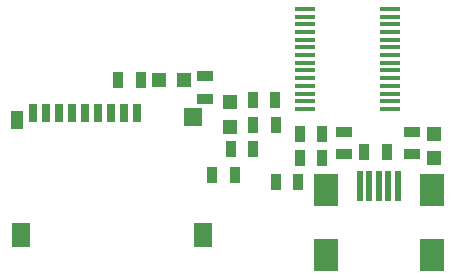
<source format=gtp>
G04 (created by PCBNEW (2013-07-07 BZR 4022)-stable) date 05/03/2014 08:07:49*
%MOIN*%
G04 Gerber Fmt 3.4, Leading zero omitted, Abs format*
%FSLAX34Y34*%
G01*
G70*
G90*
G04 APERTURE LIST*
%ADD10C,0.00590551*%
%ADD11R,0.035X0.055*%
%ADD12R,0.055X0.035*%
%ADD13R,0.065X0.016*%
%ADD14R,0.0472X0.0472*%
%ADD15R,0.02X0.1*%
%ADD16R,0.0787402X0.11*%
%ADD17R,0.03X0.06*%
%ADD18R,0.04X0.06*%
%ADD19R,0.06X0.08*%
%ADD20R,0.06X0.06*%
G04 APERTURE END LIST*
G54D10*
G54D11*
X81275Y-66400D03*
X82025Y-66400D03*
G54D12*
X82750Y-66275D03*
X82750Y-65525D03*
G54D11*
X83425Y-66200D03*
X84175Y-66200D03*
X80475Y-65300D03*
X79725Y-65300D03*
X79700Y-64475D03*
X80450Y-64475D03*
X81275Y-65600D03*
X82025Y-65600D03*
X81225Y-67200D03*
X80475Y-67200D03*
G54D12*
X85000Y-66275D03*
X85000Y-65525D03*
G54D11*
X78975Y-66100D03*
X79725Y-66100D03*
G54D13*
X81433Y-62972D03*
X81433Y-63228D03*
X81433Y-63484D03*
X81433Y-63740D03*
X84267Y-62204D03*
X81433Y-62204D03*
X81433Y-62460D03*
X81433Y-62716D03*
X84267Y-63996D03*
X84267Y-63740D03*
X84267Y-63484D03*
X84267Y-63228D03*
X84267Y-62972D03*
X84267Y-62716D03*
X81433Y-63996D03*
X84267Y-62460D03*
X84267Y-61948D03*
X84267Y-61693D03*
X84267Y-61437D03*
X81433Y-61437D03*
X81433Y-61693D03*
X81433Y-61948D03*
X81433Y-64252D03*
X81433Y-64507D03*
X81433Y-64763D03*
X84267Y-64763D03*
X84267Y-64507D03*
X84267Y-64252D03*
G54D11*
X75225Y-63800D03*
X75975Y-63800D03*
X79100Y-66975D03*
X78350Y-66975D03*
G54D12*
X78125Y-64425D03*
X78125Y-63675D03*
G54D14*
X85750Y-65587D03*
X85750Y-66413D03*
X78950Y-65363D03*
X78950Y-64537D03*
X76587Y-63800D03*
X77413Y-63800D03*
G54D15*
X83270Y-67350D03*
X83585Y-67350D03*
X83900Y-67350D03*
X84214Y-67350D03*
X84529Y-67350D03*
G54D16*
X82128Y-69631D03*
X85671Y-69631D03*
X82128Y-67465D03*
X85671Y-67465D03*
G54D17*
X75832Y-64890D03*
X75399Y-64890D03*
X74966Y-64890D03*
X74533Y-64890D03*
X74100Y-64890D03*
X73666Y-64890D03*
X73233Y-64890D03*
X72800Y-64890D03*
X72367Y-64890D03*
G54D18*
X71837Y-65126D03*
G54D19*
X71974Y-68973D03*
X78037Y-68973D03*
G54D20*
X77714Y-65044D03*
M02*

</source>
